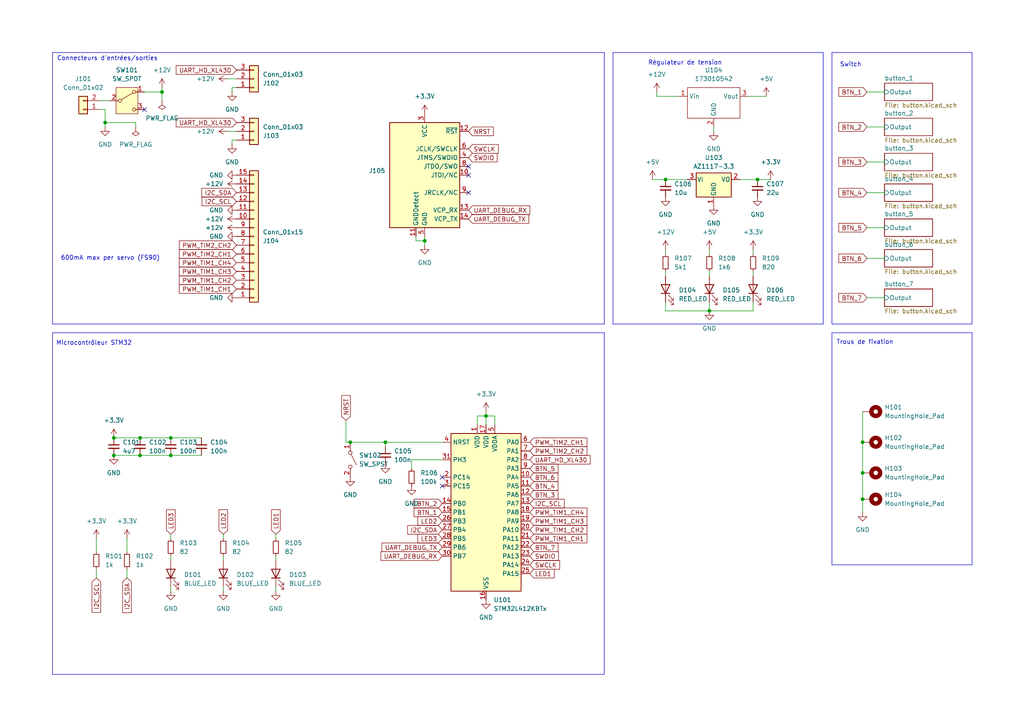
<source format=kicad_sch>
(kicad_sch (version 20231120) (generator "eeschema") (generator_version "8.0")
  (paper "A4")
  (title_block (title "Projet Corps") (date "2024-03-07") (rev "1.0") (company "ENSEA"))
  (lib_symbols
    (symbol "173010542_1"
      (property "Reference" "U" (at -5.842 5.334 0))
      (property "Value" "173010542" (at 0 0 0))
      (symbol "173010542_1_1_1"
        (rectangle (start -7.62 3.81) (end 7.62 -5.08))
        (pin power_in line (at -10.16 1.27 0) (length 2.54) (name "Vin") (number "1"))
        (pin power_in line (at 0 -7.62 90) (length 2.54) (name "GND") (number "2"))
        (pin power_out line (at 10.16 1.27 180) (length 2.54) (name "Vout") (number "3"))
      )
    )
    (symbol "Connector:Conn_ST_STDC14"
      (property "Reference" "J" (at -8.89 16.51 0))
      (property "Value" "Conn_ST_STDC14" (at 17.78 16.51 0))
      (symbol "Conn_ST_STDC14_0_1"
        (rectangle (start -10.16 15.24) (end 10.16 -15.24) (stroke (width 0.254)) (fill (type background)))
      )
      (symbol "Conn_ST_STDC14_1_1"
        (pin no_connect line (at -10.16 5.08 0) (length 2.54) hide (name "NC") (number "1"))
        (pin output line (at 12.7 0 180) (length 2.54) (name "JTDI/NC") (number "10"))
        (pin passive line (at -2.54 -17.78 90) (length 2.54) (name "GNDDetect") (number "11"))
        (pin open_collector line (at 12.7 12.7 180) (length 2.54) (name "~{RST}") (number "12"))
        (pin output line (at 12.7 -10.16 180) (length 2.54) (name "VCP_RX") (number "13"))
        (pin input line (at 12.7 -12.7 180) (length 2.54) (name "VCP_TX") (number "14"))
        (pin no_connect line (at -10.16 2.54 0) (length 2.54) hide (name "NC") (number "2"))
        (pin power_in line (at 0 17.78 270) (length 2.54) (name "VCC") (number "3"))
        (pin bidirectional line (at 12.7 5.08 180) (length 2.54) (name "JTMS/SWDIO") (number "4"))
        (pin power_in line (at 0 -17.78 90) (length 2.54) (name "GND") (number "5"))
        (pin output line (at 12.7 7.62 180) (length 2.54) (name "JCLK/SWCLK") (number "6"))
        (pin passive line (at 0 -17.78 90) (length 2.54) hide (name "GND") (number "7"))
        (pin input line (at 12.7 2.54 180) (length 2.54) (name "JTDO/SWO") (number "8"))
        (pin input line (at 12.7 -5.08 180) (length 2.54) (name "JRCLK/NC") (number "9"))
      )
    )
    (symbol "Connector_Generic:Conn_01x02" (pin_names (offset 1.016) hide)
      (property "Reference" "J" (at 0 2.54 0))
      (property "Value" "Conn_01x02" (at 0 -5.08 0))
      (symbol "Conn_01x02_1_1"
        (rectangle (start -1.27 -2.413) (end 0 -2.667) (stroke (width 0.1524)))
        (rectangle (start -1.27 0.127) (end 0 -0.127) (stroke (width 0.1524)))
        (rectangle (start -1.27 1.27) (end 1.27 -3.81) (stroke (width 0.254)) (fill (type background)))
        (pin passive line (at -5.08 0 0) (length 3.81) (name "Pin_1") (number "1"))
        (pin passive line (at -5.08 -2.54 0) (length 3.81) (name "Pin_2") (number "2"))
      )
    )
    (symbol "Connector_Generic:Conn_01x03" (pin_names (offset 1.016) hide)
      (property "Reference" "J" (at 0 5.08 0))
      (property "Value" "Conn_01x03" (at 0 -5.08 0))
      (symbol "Conn_01x03_1_1"
        (rectangle (start -1.27 -2.413) (end 0 -2.667) (stroke (width 0.1524)))
        (rectangle (start -1.27 0.127) (end 0 -0.127) (stroke (width 0.1524)))
        (rectangle (start -1.27 2.667) (end 0 2.413) (stroke (width 0.1524)))
        (rectangle (start -1.27 3.81) (end 1.27 -3.81) (stroke (width 0.254)) (fill (type background)))
        (pin passive line (at -5.08 2.54 0) (length 3.81) (name "Pin_1") (number "1"))
        (pin passive line (at -5.08 0 0) (length 3.81) (name "Pin_2") (number "2"))
        (pin passive line (at -5.08 -2.54 0) (length 3.81) (name "Pin_3") (number "3"))
      )
    )
    (symbol "Connector_Generic:Conn_01x15" (pin_names (offset 1.016) hide)
      (property "Reference" "J" (at 0 20.32 0))
      (property "Value" "Conn_01x15" (at 0 -20.32 0))
      (symbol "Conn_01x15_1_1"
        (rectangle (start -1.27 -17.653) (end 0 -17.907) (stroke (width 0.1524)))
        (rectangle (start -1.27 -15.113) (end 0 -15.367) (stroke (width 0.1524)))
        (rectangle (start -1.27 -12.573) (end 0 -12.827) (stroke (width 0.1524)))
        (rectangle (start -1.27 -10.033) (end 0 -10.287) (stroke (width 0.1524)))
        (rectangle (start -1.27 -7.493) (end 0 -7.747) (stroke (width 0.1524)))
        (rectangle (start -1.27 -4.953) (end 0 -5.207) (stroke (width 0.1524)))
        (rectangle (start -1.27 -2.413) (end 0 -2.667) (stroke (width 0.1524)))
        (rectangle (start -1.27 0.127) (end 0 -0.127) (stroke (width 0.1524)))
        (rectangle (start -1.27 2.667) (end 0 2.413) (stroke (width 0.1524)))
        (rectangle (start -1.27 5.207) (end 0 4.953) (stroke (width 0.1524)))
        (rectangle (start -1.27 7.747) (end 0 7.493) (stroke (width 0.1524)))
        (rectangle (start -1.27 10.287) (end 0 10.033) (stroke (width 0.1524)))
        (rectangle (start -1.27 12.827) (end 0 12.573) (stroke (width 0.1524)))
        (rectangle (start -1.27 15.367) (end 0 15.113) (stroke (width 0.1524)))
        (rectangle (start -1.27 17.907) (end 0 17.653) (stroke (width 0.1524)))
        (rectangle (start -1.27 19.05) (end 1.27 -19.05) (stroke (width 0.254)) (fill (type background)))
        (pin passive line (at -5.08 17.78 0) (length 3.81) (name "Pin_1") (number "1"))
        (pin passive line (at -5.08 -5.08 0) (length 3.81) (name "Pin_10") (number "10"))
        (pin passive line (at -5.08 -7.62 0) (length 3.81) (name "Pin_11") (number "11"))
        (pin passive line (at -5.08 -10.16 0) (length 3.81) (name "Pin_12") (number "12"))
        (pin passive line (at -5.08 -12.7 0) (length 3.81) (name "Pin_13") (number "13"))
        (pin passive line (at -5.08 -15.24 0) (length 3.81) (name "Pin_14") (number "14"))
        (pin passive line (at -5.08 -17.78 0) (length 3.81) (name "Pin_15") (number "15"))
        (pin passive line (at -5.08 15.24 0) (length 3.81) (name "Pin_2") (number "2"))
        (pin passive line (at -5.08 12.7 0) (length 3.81) (name "Pin_3") (number "3"))
        (pin passive line (at -5.08 10.16 0) (length 3.81) (name "Pin_4") (number "4"))
        (pin passive line (at -5.08 7.62 0) (length 3.81) (name "Pin_5") (number "5"))
        (pin passive line (at -5.08 5.08 0) (length 3.81) (name "Pin_6") (number "6"))
        (pin passive line (at -5.08 2.54 0) (length 3.81) (name "Pin_7") (number "7"))
        (pin passive line (at -5.08 0 0) (length 3.81) (name "Pin_8") (number "8"))
        (pin passive line (at -5.08 -2.54 0) (length 3.81) (name "Pin_9") (number "9"))
      )
    )
    (symbol "Device:C_Small" (pin_numbers hide) (pin_names (offset 0.254) hide)
      (property "Reference" "C" (at 0.254 1.778 0))
      (property "Value" "C_Small" (at 0.254 -2.032 0))
      (symbol "C_Small_0_1"
        (polyline (pts (xy -1.524 -0.508) (xy 1.524 -0.508)) (stroke (width 0.3302)))
        (polyline (pts (xy -1.524 0.508) (xy 1.524 0.508)) (stroke (width 0.3048)))
      )
      (symbol "C_Small_1_1"
        (pin passive line (at 0 2.54 270) (length 2.032) (name "~") (number "1"))
        (pin passive line (at 0 -2.54 90) (length 2.032) (name "~") (number "2"))
      )
    )
    (symbol "Device:LED" (pin_numbers hide) (pin_names (offset 1.016) hide)
      (property "Reference" "D" (at 0 2.54 0))
      (property "Value" "LED" (at 0 -2.54 0))
      (symbol "LED_0_1"
        (polyline (pts (xy -1.27 -1.27) (xy -1.27 1.27)) (stroke (width 0.254)))
        (polyline (pts (xy -1.27 0) (xy 1.27 0)))
        (polyline (pts (xy 1.27 -1.27) (xy 1.27 1.27) (xy -1.27 0) (xy 1.27 -1.27)) (stroke (width 0.254)))
        (polyline (pts (xy -3.048 -0.762) (xy -4.572 -2.286) (xy -3.81 -2.286) (xy -4.572 -2.286) (xy -4.572 -1.524)))
        (polyline (pts (xy -1.778 -0.762) (xy -3.302 -2.286) (xy -2.54 -2.286) (xy -3.302 -2.286) (xy -3.302 -1.524)))
      )
      (symbol "LED_1_1"
        (pin passive line (at -3.81 0 0) (length 2.54) (name "K") (number "1"))
        (pin passive line (at 3.81 0 180) (length 2.54) (name "A") (number "2"))
      )
    )
    (symbol "Device:R_Small" (pin_numbers hide) (pin_names (offset 0.254) hide)
      (property "Reference" "R" (at 0.762 0.508 0))
      (property "Value" "R_Small" (at 0.762 -1.016 0))
      (symbol "R_Small_0_1"
        (rectangle (start -0.762 1.778) (end 0.762 -1.778) (stroke (width 0.2032)))
      )
      (symbol "R_Small_1_1"
        (pin passive line (at 0 2.54 270) (length 0.762) (name "~") (number "1"))
        (pin passive line (at 0 -2.54 90) (length 0.762) (name "~") (number "2"))
      )
    )
    (symbol "GND_1" (power) (pin_numbers hide) (pin_names (offset 0) hide)
      (property "Value" "GND" (at 0 -3.81 0))
      (symbol "GND_1_0_1"
        (polyline (pts (xy 0 0) (xy 0 -1.27) (xy 1.27 -1.27) (xy 0 -2.54) (xy -1.27 -1.27) (xy 0 -1.27)))
      )
      (symbol "GND_1_1_1"
        (pin power_in line (at 0 0 270) (length 0) (name "~") (number "1"))
      )
    )
    (symbol "Mechanical:MountingHole_Pad" (pin_numbers hide) (pin_names (offset 1.016) hide)
      (property "Reference" "H" (at 0 6.35 0))
      (property "Value" "MountingHole_Pad" (at 0 4.445 0))
      (symbol "MountingHole_Pad_0_1"
        (circle (center 0 1.27) (radius 1.27) (stroke (width 1.27)))
      )
      (symbol "MountingHole_Pad_1_1"
        (pin input line (at 0 -2.54 90) (length 2.54) (name "1") (number "1"))
      )
    )
    (symbol "Regulator_Linear:AZ1117-3.3" (pin_names (offset 0.254))
      (property "Reference" "U" (at -3.81 3.175 0))
      (property "Value" "AZ1117-3.3" (at 0 3.175 0))
      (symbol "AZ1117-3.3_0_1"
        (rectangle (start -5.08 1.905) (end 5.08 -5.08) (stroke (width 0.254)) (fill (type background)))
      )
      (symbol "AZ1117-3.3_1_1"
        (pin power_in line (at 0 -7.62 90) (length 2.54) (name "GND") (number "1"))
        (pin power_out line (at 7.62 0 180) (length 2.54) (name "VO") (number "2"))
        (pin power_in line (at -7.62 0 0) (length 2.54) (name "VI") (number "3"))
      )
    )
    (symbol "STM32L412KBTx_1"
      (property "Reference" "U" (at -10.16 24.13 0))
      (property "Value" "STM32L412KBTx" (at 5.08 24.13 0))
      (symbol "STM32L412KBTx_1_0_1"
        (rectangle (start -10.16 -22.86) (end 10.16 22.86) (stroke (width 0.254)) (fill (type background)))
      )
      (symbol "STM32L412KBTx_1_1_1"
        (pin power_in line (at -2.54 25.4 270) (length 2.54) (name "VDD") (number "1"))
        (pin bidirectional line (at 12.7 10.16 180) (length 2.54) (name "PA4") (number "10"))
        (pin bidirectional line (at 12.7 7.62 180) (length 2.54) (name "PA5") (number "11"))
        (pin bidirectional line (at 12.7 5.08 180) (length 2.54) (name "PA6") (number "12"))
        (pin bidirectional line (at 12.7 2.54 180) (length 2.54) (name "PA7") (number "13"))
        (pin bidirectional line (at -12.7 2.54 0) (length 2.54) (name "PB0") (number "14"))
        (pin bidirectional line (at -12.7 0 0) (length 2.54) (name "PB1") (number "15"))
        (pin power_in line (at 0 -25.4 90) (length 2.54) (name "VSS") (number "16"))
        (pin power_in line (at 0 25.4 270) (length 2.54) (name "VDD") (number "17"))
        (pin bidirectional line (at 12.7 0 180) (length 2.54) (name "PA8") (number "18"))
        (pin bidirectional line (at 12.7 -2.54 180) (length 2.54) (name "PA9") (number "19"))
        (pin bidirectional line (at -12.7 10.16 0) (length 2.54) (name "PC14") (number "2"))
        (pin bidirectional line (at 12.7 -5.08 180) (length 2.54) (name "PA10") (number "20"))
        (pin bidirectional line (at 12.7 -7.62 180) (length 2.54) (name "PA11") (number "21"))
        (pin bidirectional line (at 12.7 -10.16 180) (length 2.54) (name "PA12") (number "22"))
        (pin bidirectional line (at 12.7 -12.7 180) (length 2.54) (name "PA13") (number "23"))
        (pin bidirectional line (at 12.7 -15.24 180) (length 2.54) (name "PA14") (number "24"))
        (pin bidirectional line (at 12.7 -17.78 180) (length 2.54) (name "PA15") (number "25"))
        (pin bidirectional line (at -12.7 -2.54 0) (length 2.54) (name "PB3") (number "26"))
        (pin bidirectional line (at -12.7 -5.08 0) (length 2.54) (name "PB4") (number "27"))
        (pin bidirectional line (at -12.7 -7.62 0) (length 2.54) (name "PB5") (number "28"))
        (pin bidirectional line (at -12.7 -10.16 0) (length 2.54) (name "PB6") (number "29"))
        (pin bidirectional line (at -12.7 7.62 0) (length 2.54) (name "PC15") (number "3"))
        (pin bidirectional line (at -12.7 -12.7 0) (length 2.54) (name "PB7") (number "30"))
        (pin bidirectional line (at -12.7 15.24 0) (length 2.54) (name "PH3") (number "31"))
        (pin passive line (at 0 -25.4 90) (length 2.54) hide (name "VSS") (number "32"))
        (pin input line (at -12.7 20.32 0) (length 2.54) (name "NRST") (number "4"))
        (pin power_in line (at 2.54 25.4 270) (length 2.54) (name "VDDA") (number "5"))
        (pin bidirectional line (at 12.7 20.32 180) (length 2.54) (name "PA0") (number "6"))
        (pin bidirectional line (at 12.7 17.78 180) (length 2.54) (name "PA1") (number "7"))
        (pin bidirectional line (at 12.7 15.24 180) (length 2.54) (name "PA2") (number "8"))
        (pin bidirectional line (at 12.7 12.7 180) (length 2.54) (name "PA3") (number "9"))
      )
    )
    (symbol "Switch:SW_SPDT" (pin_names (offset 0) hide)
      (property "Reference" "SW" (at 0 5.08 0))
      (property "Value" "SW_SPDT" (at 0 -5.08 0))
      (symbol "SW_SPDT_0_1"
        (circle (center -2.032 0) (radius 0.4572))
        (polyline (pts (xy -1.651 0.254) (xy 1.651 2.286)))
        (circle (center 2.032 -2.54) (radius 0.4572))
        (circle (center 2.032 2.54) (radius 0.4572))
      )
      (symbol "SW_SPDT_1_1"
        (rectangle (start -3.175 3.81) (end 3.175 -3.81) (fill (type background)))
        (pin passive line (at 5.08 2.54 180) (length 2.54) (name "A") (number "1"))
        (pin passive line (at -5.08 0 0) (length 2.54) (name "B") (number "2"))
        (pin passive line (at 5.08 -2.54 180) (length 2.54) (name "C") (number "3"))
      )
    )
    (symbol "Switch:SW_SPST" (pin_names (offset 0) hide)
      (property "Reference" "SW" (at 0 3.175 0))
      (property "Value" "SW_SPST" (at 0 -2.54 0))
      (symbol "SW_SPST_0_0"
        (circle (center -2.032 0) (radius 0.508))
        (polyline (pts (xy -1.524 0.254) (xy 1.524 1.778)))
        (circle (center 2.032 0) (radius 0.508))
      )
      (symbol "SW_SPST_1_1"
        (pin passive line (at -5.08 0 0) (length 2.54) (name "A") (number "1"))
        (pin passive line (at 5.08 0 180) (length 2.54) (name "B") (number "2"))
      )
    )
    (symbol "power:+12V" (power) (pin_numbers hide) (pin_names (offset 0) hide)
      (property "Value" "+12V" (at 0 3.556 0))
      (symbol "+12V_0_1"
        (polyline (pts (xy -0.762 1.27) (xy 0 2.54)))
        (polyline (pts (xy 0 0) (xy 0 2.54)))
        (polyline (pts (xy 0 2.54) (xy 0.762 1.27)))
      )
      (symbol "+12V_1_1"
        (pin power_in line (at 0 0 90) (length 0) (name "~") (number "1"))
      )
    )
    (symbol "power:+3.3V" (power) (pin_names (offset 0))
      (property "Value" "+3.3V" (at 0 3.556 0))
      (symbol "+3.3V_0_1"
        (polyline (pts (xy -0.762 1.27) (xy 0 2.54)))
        (polyline (pts (xy 0 0) (xy 0 2.54)))
        (polyline (pts (xy 0 2.54) (xy 0.762 1.27)))
      )
      (symbol "+3.3V_1_1"
        (pin power_in line (at 0 0 90) (length 0) hide (name "+3.3V") (number "1"))
      )
    )
    (symbol "power:+5V" (power) (pin_names (offset 0))
      (property "Value" "+5V" (at 0 3.556 0))
      (symbol "+5V_0_1"
        (polyline (pts (xy -0.762 1.27) (xy 0 2.54)))
        (polyline (pts (xy 0 0) (xy 0 2.54)))
        (polyline (pts (xy 0 2.54) (xy 0.762 1.27)))
      )
      (symbol "+5V_1_1"
        (pin power_in line (at 0 0 90) (length 0) hide (name "+5V") (number "1"))
      )
    )
    (symbol "power:GND" (power) (pin_names (offset 0))
      (property "Value" "GND" (at 0 -3.81 0))
      (symbol "GND_0_1"
        (polyline (pts (xy 0 0) (xy 0 -1.27) (xy 1.27 -1.27) (xy 0 -2.54) (xy -1.27 -1.27) (xy 0 -1.27)))
      )
      (symbol "GND_1_1"
        (pin power_in line (at 0 0 270) (length 0) hide (name "GND") (number "1"))
      )
    )
    (symbol "power:PWR_FLAG" (power) (pin_numbers hide) (pin_names (offset 0) hide)
      (property "Value" "PWR_FLAG" (at 0 3.81 0))
      (symbol "PWR_FLAG_0_0"
        (pin power_out line (at 0 0 90) (length 0) (name "~") (number "1"))
      )
      (symbol "PWR_FLAG_0_1"
        (polyline (pts (xy 0 0) (xy 0 1.27) (xy -1.016 1.905) (xy 0 2.54) (xy 1.016 1.905) (xy 0 1.27)))
      )
    )
  )
  (junction (at 193.04 52.07))
  (junction (at 111.76 128.27))
  (junction (at 140.97 120.65))
  (junction (at 250.19 137.16))
  (junction (at 123.19 69.85))
  (junction (at 33.02 127))
  (junction (at 49.53 127))
  (junction (at 219.71 52.07))
  (junction (at 101.6 128.27))
  (junction (at 40.64 127))
  (junction (at 205.74 90.17))
  (junction (at 250.19 128.27))
  (junction (at 49.53 132.08))
  (junction (at 33.02 132.08))
  (junction (at 46.99 26.67))
  (junction (at 40.64 132.08))
  (junction (at 30.48 35.56))
  (junction (at 250.19 144.78))
  (no_connect (at 128.27 140.97))
  (no_connect (at 135.89 55.88))
  (no_connect (at 128.27 138.43))
  (no_connect (at 41.91 31.75))
  (no_connect (at 135.89 48.26))
  (no_connect (at 135.89 50.8))
  (wire (pts (xy 205.74 90.17) (xy 218.44 90.17)))
  (wire (pts (xy 80.01 170.18) (xy 80.01 171.45)))
  (wire (pts (xy 66.04 22.86) (xy 68.58 22.86)))
  (wire (pts (xy 219.71 52.07) (xy 223.52 52.07)))
  (wire (pts (xy 205.74 87.63) (xy 205.74 90.17)))
  (wire (pts (xy 66.04 38.1) (xy 68.58 38.1)))
  (wire (pts (xy 205.74 78.74) (xy 205.74 80.01)))
  (polyline (pts (xy 15.24 93.98) (xy 175.26 93.98)))
  (wire (pts (xy 140.97 120.65) (xy 143.51 120.65)))
  (wire (pts (xy 140.97 120.65) (xy 140.97 123.19)))
  (wire (pts (xy 250.19 144.78) (xy 250.19 148.59)))
  (wire (pts (xy 251.46 46.99) (xy 256.54 46.99)))
  (wire (pts (xy 80.01 154.94) (xy 80.01 156.21)))
  (polyline (pts (xy 175.26 15.24) (xy 15.24 15.24)))
  (polyline (pts (xy 175.26 93.98) (xy 175.26 15.24)))
  (wire (pts (xy 40.64 132.08) (xy 49.53 132.08)))
  (polyline (pts (xy 238.76 93.98) (xy 238.76 15.24)))
  (wire (pts (xy 29.21 31.75) (xy 30.48 31.75)))
  (wire (pts (xy 49.53 161.29) (xy 49.53 162.56)))
  (wire (pts (xy 251.46 66.04) (xy 256.54 66.04)))
  (polyline (pts (xy 177.8 93.98) (xy 238.76 93.98)))
  (wire (pts (xy 33.02 132.08) (xy 40.64 132.08)))
  (wire (pts (xy 128.27 133.35) (xy 119.38 133.35)))
  (wire (pts (xy 251.46 86.36) (xy 256.54 86.36)))
  (wire (pts (xy 120.65 69.85) (xy 123.19 69.85)))
  (wire (pts (xy 250.19 119.38) (xy 250.19 128.27)))
  (wire (pts (xy 190.5 27.94) (xy 196.85 27.94)))
  (wire (pts (xy 111.76 128.27) (xy 111.76 129.54)))
  (wire (pts (xy 218.44 87.63) (xy 218.44 90.17)))
  (polyline (pts (xy 238.76 15.24) (xy 177.8 15.24)))
  (wire (pts (xy 251.46 55.88) (xy 256.54 55.88)))
  (wire (pts (xy 49.53 132.08) (xy 58.42 132.08)))
  (wire (pts (xy 29.21 29.21) (xy 31.75 29.21)))
  (polyline (pts (xy 15.24 96.52) (xy 15.24 195.58)))
  (wire (pts (xy 140.97 120.65) (xy 138.43 120.65)))
  (wire (pts (xy 123.19 68.58) (xy 123.19 69.85)))
  (wire (pts (xy 41.91 26.67) (xy 46.99 26.67)))
  (wire (pts (xy 193.04 78.74) (xy 193.04 80.01)))
  (wire (pts (xy 193.04 90.17) (xy 193.04 87.63)))
  (wire (pts (xy 101.6 128.27) (xy 111.76 128.27)))
  (wire (pts (xy 205.74 72.39) (xy 205.74 73.66)))
  (wire (pts (xy 189.23 52.07) (xy 193.04 52.07)))
  (wire (pts (xy 36.83 156.21) (xy 36.83 160.02)))
  (wire (pts (xy 67.31 40.64) (xy 67.31 41.91)))
  (polyline (pts (xy 15.24 195.58) (xy 175.26 195.58)))
  (wire (pts (xy 218.44 72.39) (xy 218.44 73.66)))
  (wire (pts (xy 68.58 25.4) (xy 67.31 25.4)))
  (wire (pts (xy 33.02 127) (xy 40.64 127)))
  (polyline (pts (xy 175.26 195.58) (xy 175.26 96.52)))
  (wire (pts (xy 49.53 154.94) (xy 49.53 156.21)))
  (wire (pts (xy 190.5 26.67) (xy 190.5 27.94)))
  (polyline (pts (xy 241.3 96.52) (xy 281.94 96.52)))
  (wire (pts (xy 218.44 78.74) (xy 218.44 80.01)))
  (wire (pts (xy 143.51 123.19) (xy 143.51 120.65)))
  (wire (pts (xy 251.46 74.93) (xy 256.54 74.93)))
  (wire (pts (xy 140.97 119.38) (xy 140.97 120.65)))
  (polyline (pts (xy 241.3 96.52) (xy 241.3 163.83)))
  (wire (pts (xy 250.19 137.16) (xy 250.19 144.78)))
  (wire (pts (xy 205.74 90.17) (xy 193.04 90.17)))
  (wire (pts (xy 64.77 161.29) (xy 64.77 162.56)))
  (wire (pts (xy 217.17 27.94) (xy 222.25 27.94)))
  (wire (pts (xy 67.31 25.4) (xy 67.31 26.67)))
  (wire (pts (xy 39.37 36.83) (xy 39.37 35.56)))
  (wire (pts (xy 251.46 36.83) (xy 256.54 36.83)))
  (wire (pts (xy 30.48 35.56) (xy 39.37 35.56)))
  (wire (pts (xy 120.65 68.58) (xy 120.65 69.85)))
  (wire (pts (xy 49.53 127) (xy 58.42 127)))
  (wire (pts (xy 68.58 40.64) (xy 67.31 40.64)))
  (wire (pts (xy 250.19 128.27) (xy 250.19 137.16)))
  (wire (pts (xy 27.94 156.21) (xy 27.94 160.02)))
  (polyline (pts (xy 281.94 163.83) (xy 281.94 96.52)))
  (wire (pts (xy 46.99 25.4) (xy 46.99 26.67)))
  (wire (pts (xy 46.99 26.67) (xy 46.99 29.21)))
  (wire (pts (xy 27.94 165.1) (xy 27.94 167.64)))
  (wire (pts (xy 100.33 128.27) (xy 101.6 128.27)))
  (polyline (pts (xy 177.8 15.24) (xy 177.8 93.98)))
  (wire (pts (xy 193.04 52.07) (xy 199.39 52.07)))
  (polyline (pts (xy 241.3 163.83) (xy 281.94 163.83)))
  (wire (pts (xy 119.38 133.35) (xy 119.38 135.89)))
  (wire (pts (xy 80.01 161.29) (xy 80.01 162.56)))
  (wire (pts (xy 64.77 170.18) (xy 64.77 171.45)))
  (polyline (pts (xy 15.24 15.24) (xy 15.24 93.98)))
  (wire (pts (xy 100.33 121.92) (xy 100.33 128.27)))
  (wire (pts (xy 207.01 36.83) (xy 207.01 38.1)))
  (wire (pts (xy 30.48 35.56) (xy 30.48 36.83)))
  (wire (pts (xy 111.76 128.27) (xy 128.27 128.27)))
  (wire (pts (xy 40.64 127) (xy 49.53 127)))
  (wire (pts (xy 193.04 72.39) (xy 193.04 73.66)))
  (wire (pts (xy 214.63 52.07) (xy 219.71 52.07)))
  (wire (pts (xy 64.77 154.94) (xy 64.77 156.21)))
  (wire (pts (xy 251.46 26.67) (xy 256.54 26.67)))
  (wire (pts (xy 36.83 165.1) (xy 36.83 167.64)))
  (polyline (pts (xy 15.24 96.52) (xy 175.26 96.52)))
  (wire (pts (xy 138.43 120.65) (xy 138.43 123.19)))
  (wire (pts (xy 30.48 31.75) (xy 30.48 35.56)))
  (wire (pts (xy 123.19 69.85) (xy 123.19 71.12)))
  (wire (pts (xy 49.53 170.18) (xy 49.53 171.45)))
  (rectangle (start 241.3 15.24) (end 281.94 93.98))
  (text "600mA max per servo (FS90)" (at 32.004 74.93 0) (effects (font (size 1.27 1.27))))
  (text "Microcontrôleur STM32" (at 16.256 100.33 0) (effects (font (size 1.27 1.27)) (justify left bottom)))
  (text "Switch\n" (at 243.586 19.558 0) (effects (font (size 1.27 1.27)) (justify left bottom)))
  (text "Connecteurs d'entrées/sorties" (at 16.51 17.78 0) (effects (font (size 1.27 1.27)) (justify left bottom)))
  (text "Trous de fixation" (at 242.57 100.076 0) (effects (font (size 1.27 1.27)) (justify left bottom)))
  (text "Régulateur de tension\n" (at 187.96 19.05 0) (effects (font (size 1.27 1.27)) (justify left bottom)))
  (global_label "UART_HD_XL430" (shape input) (at 68.58 35.56 180) (property "Intersheetrefs" "${INTERSHEET_REFS}" (effects (hide yes))))
  (global_label "BTN_5" (shape input) (at 251.46 66.04 180) (property "Intersheetrefs" "${INTERSHEET_REFS}" (effects (hide yes))))
  (global_label "PWM_TIM2_CH2" (shape input) (at 153.67 130.81 0) (property "Intersheetrefs" "${INTERSHEET_REFS}" (effects (hide yes))))
  (global_label "BTN_5" (shape input) (at 153.67 135.89 0) (property "Intersheetrefs" "${INTERSHEET_REFS}" (effects (hide yes))))
  (global_label "BTN_2" (shape input) (at 128.27 146.05 180) (property "Intersheetrefs" "${INTERSHEET_REFS}" (effects (hide yes))))
  (global_label "PWM_TIM1_CH2" (shape input) (at 68.58 81.28 180) (property "Intersheetrefs" "${INTERSHEET_REFS}" (effects (hide yes))))
  (global_label "BTN_4" (shape input) (at 251.46 55.88 180) (property "Intersheetrefs" "${INTERSHEET_REFS}" (effects (hide yes))))
  (global_label "UART_HD_XL430" (shape input) (at 153.67 133.35 0) (property "Intersheetrefs" "${INTERSHEET_REFS}" (effects (hide yes))))
  (global_label "NRST" (shape input) (at 135.89 38.1 0) (property "Intersheetrefs" "${INTERSHEET_REFS}" (effects (hide yes))))
  (global_label "BTN_1" (shape input) (at 251.46 26.67 180) (property "Intersheetrefs" "${INTERSHEET_REFS}" (effects (hide yes))))
  (global_label "LED1" (shape input) (at 80.01 154.94 90) (property "Intersheetrefs" "${INTERSHEET_REFS}" (effects (hide yes))))
  (global_label "I2C_SCL" (shape input) (at 153.67 146.05 0) (property "Intersheetrefs" "${INTERSHEET_REFS}" (effects (hide yes))))
  (global_label "BTN_6" (shape input) (at 153.67 138.43 0) (property "Intersheetrefs" "${INTERSHEET_REFS}" (effects (hide yes))))
  (global_label "LED2" (shape input) (at 128.27 151.13 180) (property "Intersheetrefs" "${INTERSHEET_REFS}" (effects (hide yes))))
  (global_label "UART_DEBUG_TX" (shape input) (at 128.27 158.75 180) (property "Intersheetrefs" "${INTERSHEET_REFS}" (effects (hide yes))))
  (global_label "BTN_3" (shape input) (at 153.67 143.51 0) (property "Intersheetrefs" "${INTERSHEET_REFS}" (effects (hide yes))))
  (global_label "BTN_3" (shape input) (at 251.46 46.99 180) (property "Intersheetrefs" "${INTERSHEET_REFS}" (effects (hide yes))))
  (global_label "LED3" (shape input) (at 128.27 156.21 180) (property "Intersheetrefs" "${INTERSHEET_REFS}" (effects (hide yes))))
  (global_label "BTN_4" (shape input) (at 153.67 140.97 0) (property "Intersheetrefs" "${INTERSHEET_REFS}" (effects (hide yes))))
  (global_label "BTN_2" (shape input) (at 251.46 36.83 180) (property "Intersheetrefs" "${INTERSHEET_REFS}" (effects (hide yes))))
  (global_label "BTN_6" (shape input) (at 251.46 74.93 180) (property "Intersheetrefs" "${INTERSHEET_REFS}" (effects (hide yes))))
  (global_label "PWM_TIM1_CH1" (shape input) (at 153.67 156.21 0) (property "Intersheetrefs" "${INTERSHEET_REFS}" (effects (hide yes))))
  (global_label "PWM_TIM1_CH3" (shape input) (at 153.67 151.13 0) (property "Intersheetrefs" "${INTERSHEET_REFS}" (effects (hide yes))))
  (global_label "LED1" (shape input) (at 153.67 166.37 0) (property "Intersheetrefs" "${INTERSHEET_REFS}" (effects (hide yes))))
  (global_label "SWCLK" (shape input) (at 135.89 43.18 0) (property "Intersheetrefs" "${INTERSHEET_REFS}" (effects (hide yes))))
  (global_label "PWM_TIM1_CH2" (shape input) (at 153.67 153.67 0) (property "Intersheetrefs" "${INTERSHEET_REFS}" (effects (hide yes))))
  (global_label "PWM_TIM2_CH1" (shape input) (at 153.67 128.27 0) (property "Intersheetrefs" "${INTERSHEET_REFS}" (effects (hide yes))))
  (global_label "BTN_7" (shape input) (at 251.46 86.36 180) (property "Intersheetrefs" "${INTERSHEET_REFS}" (effects (hide yes))))
  (global_label "LED3" (shape input) (at 49.53 154.94 90) (property "Intersheetrefs" "${INTERSHEET_REFS}" (effects (hide yes))))
  (global_label "I2C_SDA" (shape input) (at 128.27 153.67 180) (property "Intersheetrefs" "${INTERSHEET_REFS}" (effects (hide yes))))
  (global_label "PWM_TIM1_CH4" (shape input) (at 153.67 148.59 0) (property "Intersheetrefs" "${INTERSHEET_REFS}" (effects (hide yes))))
  (global_label "PWM_TIM1_CH1" (shape input) (at 68.58 83.82 180) (property "Intersheetrefs" "${INTERSHEET_REFS}" (effects (hide yes))))
  (global_label "SWDIO" (shape input) (at 135.89 45.72 0) (property "Intersheetrefs" "${INTERSHEET_REFS}" (effects (hide yes))))
  (global_label "I2C_SDA" (shape input) (at 36.83 167.64 270) (property "Intersheetrefs" "${INTERSHEET_REFS}" (effects (hide yes))))
  (global_label "I2C_SDA" (shape input) (at 68.58 55.88 180) (property "Intersheetrefs" "${INTERSHEET_REFS}" (effects (hide yes))))
  (global_label "UART_DEBUG_RX" (shape input) (at 135.89 60.96 0) (property "Intersheetrefs" "${INTERSHEET_REFS}" (effects (hide yes))))
  (global_label "LED2" (shape input) (at 64.77 154.94 90) (property "Intersheetrefs" "${INTERSHEET_REFS}" (effects (hide yes))))
  (global_label "UART_HD_XL430" (shape input) (at 68.58 20.32 180) (property "Intersheetrefs" "${INTERSHEET_REFS}" (effects (hide yes))))
  (global_label "I2C_SCL" (shape input) (at 68.58 58.42 180) (property "Intersheetrefs" "${INTERSHEET_REFS}" (effects (hide yes))))
  (global_label "PWM_TIM1_CH3" (shape input) (at 68.58 78.74 180) (property "Intersheetrefs" "${INTERSHEET_REFS}" (effects (hide yes))))
  (global_label "UART_DEBUG_RX" (shape input) (at 128.27 161.29 180) (property "Intersheetrefs" "${INTERSHEET_REFS}" (effects (hide yes))))
  (global_label "PWM_TIM2_CH1" (shape input) (at 68.58 73.66 180) (property "Intersheetrefs" "${INTERSHEET_REFS}" (effects (hide yes))))
  (global_label "UART_DEBUG_TX" (shape input) (at 135.89 63.5 0) (property "Intersheetrefs" "${INTERSHEET_REFS}" (effects (hide yes))))
  (global_label "BTN_7" (shape input) (at 153.67 158.75 0) (property "Intersheetrefs" "${INTERSHEET_REFS}" (effects (hide yes))))
  (global_label "BTN_1" (shape input) (at 128.27 148.59 180) (property "Intersheetrefs" "${INTERSHEET_REFS}" (effects (hide yes))))
  (global_label "NRST" (shape input) (at 100.33 121.92 90) (property "Intersheetrefs" "${INTERSHEET_REFS}" (effects (hide yes))))
  (global_label "PWM_TIM1_CH4" (shape input) (at 68.58 76.2 180) (property "Intersheetrefs" "${INTERSHEET_REFS}" (effects (hide yes))))
  (global_label "SWCLK" (shape input) (at 153.67 163.83 0) (property "Intersheetrefs" "${INTERSHEET_REFS}" (effects (hide yes))))
  (global_label "SWDIO" (shape input) (at 153.67 161.29 0) (property "Intersheetrefs" "${INTERSHEET_REFS}" (effects (hide yes))))
  (global_label "I2C_SCL" (shape input) (at 27.94 167.64 270) (property "Intersheetrefs" "${INTERSHEET_REFS}" (effects (hide yes))))
  (global_label "PWM_TIM2_CH2" (shape input) (at 68.58 71.12 180) (property "Intersheetrefs" "${INTERSHEET_REFS}" (effects (hide yes))))
  (symbol (lib_id "Device:C_Small") (at 219.71 54.61 0) (unit 1)
    (property "Reference" "C107" (at 222.25 53.3463 0) (effects (justify left)))
    (property "Value" "22u" (at 222.25 55.8863 0) (effects (justify left)))
    (property "Footprint" "Capacitor_SMD:C_Elec_5x5.4" (effects (hide yes)))
  )
  (symbol (lib_id "power:+3.3V") (at 36.83 156.21 0) (unit 1)
    (property "Reference" "#PWR0105" (effects (hide yes)))
    (property "Value" "+3.3V" (at 36.83 151.13 0))
  )
  (symbol (lib_name "GND_1") (lib_id "power:GND") (at 68.58 60.96 270) (unit 1)
    (property "Reference" "#PWR0115" (effects (hide yes)))
    (property "Value" "GND" (at 64.77 60.9599 90) (effects (justify right)))
    (property "Description" "Power symbol creates a global label with name \"GND\" , ground" (effects (hide yes)))
  )
  (symbol (lib_id "Connector_Generic:Conn_01x15") (at 73.66 68.58 0) (mirror x) (unit 1)
    (property "Reference" "J104" (at 76.2 69.8501 0) (effects (justify left)))
    (property "Value" "Conn_01x15" (at 76.2 67.3101 0) (effects (justify left)))
    (property "Footprint" "libs:CONN15_31321_WRE" (effects (hide yes)))
    (property "Datasheet" "https://www.we-online.com/components/products/datasheet/618015231421.pdf" (effects (hide yes)))
    (property "Description" "Generic connector, single row, 01x15, script generated (kicad-library-utils/schlib/autogen/connector/)" (effects (hide yes)))
    (property "MPN" "618015231421" (effects (hide yes)))
  )
  (symbol (lib_id "Device:R_Small") (at 80.01 158.75 0) (unit 1)
    (property "Reference" "R105" (at 82.55 157.4799 0) (effects (justify left)))
    (property "Value" "82" (at 82.55 160.0199 0) (effects (justify left)))
    (property "Footprint" "Resistor_SMD:R_0402_1005Metric" (effects (hide yes)))
    (property "Description" "Resistor, small symbol" (effects (hide yes)))
  )
  (symbol (lib_id "Device:R_Small") (at 193.04 76.2 0) (unit 1)
    (property "Reference" "R107" (at 195.58 74.9299 0) (effects (justify left)))
    (property "Value" "5k1" (at 195.58 77.4699 0) (effects (justify left)))
    (property "Footprint" "Resistor_SMD:R_0402_1005Metric" (effects (hide yes)))
    (property "Description" "Resistor, small symbol" (effects (hide yes)))
  )
  (symbol (lib_id "Device:R_Small") (at 218.44 76.2 0) (unit 1)
    (property "Reference" "R109" (at 220.98 74.9299 0) (effects (justify left)))
    (property "Value" "820" (at 220.98 77.4699 0) (effects (justify left)))
    (property "Footprint" "Resistor_SMD:R_0402_1005Metric" (effects (hide yes)))
    (property "Description" "Resistor, small symbol" (effects (hide yes)))
  )
  (symbol (lib_id "Connector_Generic:Conn_01x03") (at 73.66 38.1 0) (mirror x) (unit 1)
    (property "Reference" "J103" (at 76.2 39.3701 0) (effects (justify left)))
    (property "Value" "Conn_01x03" (at 76.2 36.8301 0) (effects (justify left)))
    (property "Footprint" "Connector_JST:JST_EH_B3B-EH-A_1x03_P2.50mm_Vertical" (effects (hide yes)))
    (property "Description" "Generic connector, single row, 01x03, script generated (kicad-library-utils/schlib/autogen/connector/)" (effects (hide yes)))
  )
  (symbol (lib_id "power:+12V") (at 68.58 63.5 90) (unit 1)
    (property "Reference" "#PWR0116" (effects (hide yes)))
    (property "Value" "+12V" (at 64.77 63.4999 90) (effects (justify left)))
    (property "Description" "Power symbol creates a global label with name \"+12V\"" (effects (hide yes)))
  )
  (symbol (lib_id "power:GND") (at 123.19 71.12 0) (unit 1)
    (property "Reference" "#PWR0125" (effects (hide yes)))
    (property "Value" "GND" (at 123.19 76.2 0))
  )
  (symbol (lib_id "Mechanical:MountingHole_Pad") (at 252.73 119.38 270) (unit 1)
    (property "Reference" "H101" (at 256.54 118.11 90) (effects (justify left)))
    (property "Value" "MountingHole_Pad" (at 256.54 120.65 90) (effects (justify left)))
    (property "Footprint" "MountingHole:MountingHole_3.2mm_M3_Pad_Via" (effects (hide yes)))
  )
  (symbol (lib_id "power:GND") (at 205.74 90.17 0) (unit 1)
    (property "Reference" "#PWR0133" (effects (hide yes)))
    (property "Value" "GND" (at 205.74 95.25 0))
  )
  (symbol (lib_id "power:+12V") (at 68.58 66.04 90) (unit 1)
    (property "Reference" "#PWR0117" (effects (hide yes)))
    (property "Value" "+12V" (at 64.77 66.0399 90) (effects (justify left)))
    (property "Description" "Power symbol creates a global label with name \"+12V\"" (effects (hide yes)))
  )
  (symbol (lib_id "Connector_Generic:Conn_01x03") (at 73.66 22.86 0) (mirror x) (unit 1)
    (property "Reference" "J102" (at 76.2 24.1301 0) (effects (justify left)))
    (property "Value" "Conn_01x03" (at 76.2 21.5901 0) (effects (justify left)))
    (property "Footprint" "Connector_JST:JST_EH_B3B-EH-A_1x03_P2.50mm_Vertical" (effects (hide yes)))
    (property "Description" "Generic connector, single row, 01x03, script generated (kicad-library-utils/schlib/autogen/connector/)" (effects (hide yes)))
  )
  (symbol (lib_id "Switch:SW_SPDT") (at 36.83 29.21 0) (unit 1)
    (property "Reference" "SW101" (at 36.83 20.32 0))
    (property "Value" "SW_SPDT" (at 36.83 22.86 0))
    (property "Footprint" "mylib:472123010111" (effects (hide yes)))
    (property "Datasheet" "https://www.we-online.com/components/products/datasheet/472123010111.pdf" (effects (hide yes)))
    (property "Description" "Switch, single pole double throw" (effects (hide yes)))
    (property "MPN" "472123010111" (effects (hide yes)))
  )
  (symbol (lib_name "STM32L412KBTx_1") (lib_id "MCU_ST_STM32L4:STM32L412KBTx") (at 140.97 148.59 0) (unit 1)
    (property "Reference" "U101" (at 143.1641 173.99 0) (effects (justify left)))
    (property "Value" "STM32L412KBTx" (at 143.1641 176.53 0) (effects (justify left)))
    (property "Footprint" "Package_QFP:LQFP-32_7x7mm_P0.8mm" (effects (hide yes)))
    (property "Datasheet" "https://www.st.com/resource/en/datasheet/stm32l412kb.pdf" (effects (hide yes)))
    (property "Description" "STMicroelectronics Arm Cortex-M4 MCU, 128KB flash, 40KB RAM, 80 MHz, 1.71-3.6V, 26 GPIO, LQFP32" (effects (hide yes)))
  )
  (symbol (lib_name "GND_1") (lib_id "power:GND") (at 67.31 26.67 0) (unit 1)
    (property "Reference" "#PWR0111" (effects (hide yes)))
    (property "Value" "GND" (at 67.31 31.75 0))
    (property "Description" "Power symbol creates a global label with name \"GND\" , ground" (effects (hide yes)))
  )
  (symbol (lib_id "Device:R_Small") (at 36.83 162.56 0) (unit 1)
    (property "Reference" "R102" (at 39.37 161.2899 0) (effects (justify left)))
    (property "Value" "1k" (at 39.37 163.8299 0) (effects (justify left)))
    (property "Footprint" "Resistor_SMD:R_0402_1005Metric" (effects (hide yes)))
    (property "Description" "Resistor, small symbol" (effects (hide yes)))
  )
  (symbol (lib_id "power:+3.3V") (at 123.19 33.02 0) (unit 1)
    (property "Reference" "#PWR0124" (effects (hide yes)))
    (property "Value" "+3.3V" (at 123.19 27.94 0))
  )
  (symbol (lib_id "Device:R_Small") (at 64.77 158.75 0) (unit 1)
    (property "Reference" "R104" (at 67.31 157.4799 0) (effects (justify left)))
    (property "Value" "82" (at 67.31 160.0199 0) (effects (justify left)))
    (property "Footprint" "Resistor_SMD:R_0402_1005Metric" (effects (hide yes)))
    (property "Description" "Resistor, small symbol" (effects (hide yes)))
  )
  (symbol (lib_id "power:+5V") (at 189.23 52.07 0) (unit 1)
    (property "Reference" "#PWR0128" (effects (hide yes)))
    (property "Value" "+5V" (at 189.23 46.99 0))
  )
  (symbol (lib_id "Device:R_Small") (at 49.53 158.75 0) (unit 1)
    (property "Reference" "R103" (at 52.07 157.4799 0) (effects (justify left)))
    (property "Value" "82" (at 52.07 160.0199 0) (effects (justify left)))
    (property "Footprint" "Resistor_SMD:R_0402_1005Metric" (effects (hide yes)))
    (property "Description" "Resistor, small symbol" (effects (hide yes)))
  )
  (symbol (lib_id "power:GND") (at 193.04 57.15 0) (unit 1)
    (property "Reference" "#PWR0130" (effects (hide yes)))
    (property "Value" "GND" (at 193.04 62.23 0))
  )
  (symbol (lib_id "power:GND") (at 140.97 173.99 0) (unit 1)
    (property "Reference" "#PWR0127" (effects (hide yes)))
    (property "Value" "GND" (at 140.97 179.07 0))
  )
  (symbol (lib_id "Device:C_Small") (at 40.64 129.54 0) (unit 1)
    (property "Reference" "C102" (at 43.18 128.2763 0) (effects (justify left)))
    (property "Value" "100n" (at 43.18 130.8163 0) (effects (justify left)))
    (property "Footprint" "Capacitor_SMD:C_0402_1005Metric" (effects (hide yes)))
  )
  (symbol (lib_name "GND_1") (lib_id "power:GND") (at 67.31 41.91 0) (unit 1)
    (property "Reference" "#PWR0112" (effects (hide yes)))
    (property "Value" "GND" (at 67.31 46.99 0))
    (property "Description" "Power symbol creates a global label with name \"GND\" , ground" (effects (hide yes)))
  )
  (symbol (lib_id "power:GND") (at 49.53 171.45 0) (unit 1)
    (property "Reference" "#PWR0107" (effects (hide yes)))
    (property "Value" "GND" (at 49.53 176.53 0))
  )
  (symbol (lib_id "power:+12V") (at 68.58 53.34 90) (unit 1)
    (property "Reference" "#PWR0114" (effects (hide yes)))
    (property "Value" "+12V" (at 64.77 53.3399 90) (effects (justify left)))
    (property "Description" "Power symbol creates a global label with name \"+12V\"" (effects (hide yes)))
  )
  (symbol (lib_id "Device:LED") (at 49.53 166.37 90) (unit 1)
    (property "Reference" "D101" (at 53.34 166.6874 90) (effects (justify right)))
    (property "Value" "BLUE_LED" (at 53.34 169.2274 90) (effects (justify right)))
    (property "Footprint" "LED_SMD:LED_0603_1608Metric" (effects (hide yes)))
    (property "Datasheet" "https://www.we-online.com/components/products/datasheet/150060RS55040.pdf" (effects (hide yes)))
    (property "Description" "Light emitting diode" (effects (hide yes)))
    (property "MPN" "150060BS55040" (effects (hide yes)))
  )
  (symbol (lib_id "Switch:SW_SPST") (at 101.6 133.35 270) (unit 1)
    (property "Reference" "SW102" (at 104.14 132.0799 90) (effects (justify left)))
    (property "Value" "SW_SPST" (at 104.14 134.6199 90) (effects (justify left)))
    (property "Footprint" "Button_Switch_SMD:SW_Push_1P1T_NO_6x6mm_H9.5mm" (effects (hide yes)))
    (property "Description" "Single Pole Single Throw (SPST) switch" (effects (hide yes)))
  )
  (symbol (lib_id "power:+3.3V") (at 223.52 52.07 0) (unit 1)
    (property "Reference" "#PWR0139" (effects (hide yes)))
    (property "Value" "+3.3V" (at 223.52 46.99 0))
  )
  (symbol (lib_id "power:GND") (at 101.6 138.43 0) (unit 1)
    (property "Reference" "#PWR0121" (effects (hide yes)))
    (property "Value" "GND" (at 101.6 143.51 0))
  )
  (symbol (lib_id "power:+3.3V") (at 33.02 127 0) (unit 1)
    (property "Reference" "#PWR0103" (effects (hide yes)))
    (property "Value" "+3.3V" (at 33.02 121.92 0))
  )
  (symbol (lib_id "power:GND") (at 80.01 171.45 0) (unit 1)
    (property "Reference" "#PWR0120" (effects (hide yes)))
    (property "Value" "GND" (at 80.01 176.53 0))
  )
  (symbol (lib_id "Device:LED") (at 64.77 166.37 90) (unit 1)
    (property "Reference" "D102" (at 68.58 166.6874 90) (effects (justify right)))
    (property "Value" "BLUE_LED" (at 68.58 169.2274 90) (effects (justify right)))
    (property "Footprint" "LED_SMD:LED_0603_1608Metric" (effects (hide yes)))
    (property "Datasheet" "https://www.we-online.com/components/products/datasheet/150060RS55040.pdf" (effects (hide yes)))
    (property "Description" "Light emitting diode" (effects (hide yes)))
    (property "MPN" "150060BS55040" (effects (hide yes)))
  )
  (symbol (lib_id "power:GND") (at 250.19 148.59 0) (unit 1)
    (property "Reference" "#PWR0140" (effects (hide yes)))
    (property "Value" "GND" (at 250.19 153.67 0))
  )
  (symbol (lib_name "GND_1") (lib_id "power:GND") (at 68.58 68.58 270) (unit 1)
    (property "Reference" "#PWR0118" (effects (hide yes)))
    (property "Value" "GND" (at 64.77 68.5799 90) (effects (justify right)))
    (property "Description" "Power symbol creates a global label with name \"GND\" , ground" (effects (hide yes)))
  )
  (symbol (lib_id "Mechanical:MountingHole_Pad") (at 252.73 128.27 270) (unit 1)
    (property "Reference" "H102" (at 256.54 127 90) (effects (justify left)))
    (property "Value" "MountingHole_Pad" (at 256.54 129.54 90) (effects (justify left)))
    (property "Footprint" "MountingHole:MountingHole_3.2mm_M3_Pad_Via" (effects (hide yes)))
  )
  (symbol (lib_id "Mechanical:MountingHole_Pad") (at 252.73 144.78 270) (unit 1)
    (property "Reference" "H104" (at 256.54 143.51 90) (effects (justify left)))
    (property "Value" "MountingHole_Pad" (at 256.54 146.05 90) (effects (justify left)))
    (property "Footprint" "MountingHole:MountingHole_3.2mm_M3_Pad_Via" (effects (hide yes)))
  )
  (symbol (lib_id "power:GND") (at 219.71 57.15 0) (unit 1)
    (property "Reference" "#PWR0137" (effects (hide yes)))
    (property "Value" "GND" (at 219.71 62.23 0))
  )
  (symbol (lib_id "Connector:Conn_ST_STDC14") (at 123.19 50.8 0) (unit 1)
    (property "Reference" "J105" (at 111.76 49.5299 0) (effects (justify right)))
    (property "Value" "Conn_ST_STDC14" (effects (hide yes)))
    (property "Footprint" "Connector_PinHeader_1.27mm:PinHeader_2x07_P1.27mm_Vertical_SMD" (effects (hide yes)))
    (property "Datasheet" "https://www.st.com/content/ccc/resource/technical/document/user_manual/group1/99/49/91/b6/b2/3a/46/e5/DM00526767/files/DM00526767.pdf/jcr:content/translations/en.DM00526767.pdf" (effects (hide yes)))
    (property "Description" "ST Debug Connector, standard ARM Cortex-M SWD and JTAG interface plus UART" (effects (hide yes)))
  )
  (symbol (lib_id "Device:LED") (at 218.44 83.82 90) (unit 1)
    (property "Reference" "D106" (at 222.25 84.1374 90) (effects (justify right)))
    (property "Value" "RED_LED" (at 222.25 86.6774 90) (effects (justify right)))
    (property "Footprint" "LED_SMD:LED_0603_1608Metric" (effects (hide yes)))
    (property "Datasheet" "https://www.we-online.com/components/products/datasheet/150060RS55040.pdf" (effects (hide yes)))
    (property "Description" "Light emitting diode" (effects (hide yes)))
    (property "MPN" "150060RS55040" (effects (hide yes)))
  )
  (symbol (lib_id "Device:LED") (at 193.04 83.82 90) (unit 1)
    (property "Reference" "D104" (at 196.85 84.1374 90) (effects (justify right)))
    (property "Value" "RED_LED" (at 196.85 86.6774 90) (effects (justify right)))
    (property "Footprint" "LED_SMD:LED_0603_1608Metric" (effects (hide yes)))
    (property "Datasheet" "https://www.we-online.com/components/products/datasheet/150060RS55040.pdf" (effects (hide yes)))
    (property "Description" "Light emitting diode" (effects (hide yes)))
    (property "MPN" "150060RS55040" (effects (hide yes)))
  )
  (symbol (lib_id "Device:C_Small") (at 193.04 54.61 0) (unit 1)
    (property "Reference" "C106" (at 195.58 53.3463 0) (effects (justify left)))
    (property "Value" "10u" (at 195.58 55.8863 0) (effects (justify left)))
    (property "Footprint" "Capacitor_SMD:C_0402_1005Metric" (effects (hide yes)))
  )
  (symbol (lib_id "power:GND") (at 207.01 59.69 0) (unit 1)
    (property "Reference" "#PWR0135" (effects (hide yes)))
    (property "Value" "GND" (at 207.01 64.77 0))
  )
  (symbol (lib_name "GND_1") (lib_id "power:GND") (at 68.58 50.8 270) (unit 1)
    (property "Reference" "#PWR0113" (effects (hide yes)))
    (property "Value" "GND" (at 64.77 50.7999 90) (effects (justify right)))
    (property "Description" "Power symbol creates a global label with name \"GND\" , ground" (effects (hide yes)))
  )
  (symbol (lib_id "power:+3.3V") (at 140.97 119.38 0) (unit 1)
    (property "Reference" "#PWR0126" (effects (hide yes)))
    (property "Value" "+3.3V" (at 140.97 114.3 0))
  )
  (symbol (lib_id "power:+3.3V") (at 218.44 72.39 0) (unit 1)
    (property "Reference" "#PWR0136" (effects (hide yes)))
    (property "Value" "+3.3V" (at 218.44 67.31 0))
  )
  (symbol (lib_id "power:GND") (at 207.01 38.1 0) (unit 1)
    (property "Reference" "#PWR0134" (effects (hide yes)))
    (property "Value" "GND" (at 207.01 43.18 0))
  )
  (symbol (lib_id "Device:C_Small") (at 111.76 132.08 0) (unit 1)
    (property "Reference" "C105" (at 114.3 130.8163 0) (effects (justify left)))
    (property "Value" "100n" (at 114.3 133.3563 0) (effects (justify left)))
    (property "Footprint" "Capacitor_SMD:C_0402_1005Metric" (effects (hide yes)))
  )
  (symbol (lib_id "Regulator_Linear:AZ1117-3.3") (at 207.01 52.07 0) (unit 1)
    (property "Reference" "U103" (at 207.01 45.72 0))
    (property "Value" "AZ1117-3.3" (at 207.01 48.26 0))
    (property "Footprint" "Package_TO_SOT_SMD:SOT-223-3_TabPin2" (effects (hide yes)))
    (property "Datasheet" "https://www.diodes.com/assets/Datasheets/AZ1117.pdf" (effects (hide yes)))
    (property "MPN" "AZ1117CH2-3.3TRG1" (effects (hide yes)))
  )
  (symbol (lib_id "Device:LED") (at 205.74 83.82 90) (unit 1)
    (property "Reference" "D105" (at 209.55 84.1374 90) (effects (justify right)))
    (property "Value" "RED_LED" (at 209.55 86.6774 90) (effects (justify right)))
    (property "Footprint" "LED_SMD:LED_0603_1608Metric" (effects (hide yes)))
    (property "Datasheet" "https://www.we-online.com/components/products/datasheet/150060RS55040.pdf" (effects (hide yes)))
    (property "Description" "Light emitting diode" (effects (hide yes)))
    (property "MPN" "150060RS55040" (effects (hide yes)))
  )
  (symbol (lib_id "power:PWR_FLAG") (at 39.37 36.83 180) (unit 1)
    (property "Reference" "#FLG0101" (effects (hide yes)))
    (property "Value" "PWR_FLAG" (at 39.37 41.91 0))
    (property "Description" "Special symbol for telling ERC where power comes from" (effects (hide yes)))
  )
  (symbol (lib_name "173010542_1") (lib_id "mylib:173010542") (at 207.01 29.21 0) (unit 1)
    (property "Reference" "U104" (at 207.01 20.32 0))
    (property "Value" "173010542" (at 207.01 22.86 0))
    (property "Footprint" "Library:173010542" (effects (hide yes)))
  )
  (symbol (lib_id "power:GND") (at 30.48 36.83 0) (unit 1)
    (property "Reference" "#PWR0102" (effects (hide yes)))
    (property "Value" "GND" (at 30.48 41.91 0))
  )
  (symbol (lib_id "power:+5V") (at 205.74 72.39 0) (unit 1)
    (property "Reference" "#PWR0132" (effects (hide yes)))
    (property "Value" "+5V" (at 205.74 67.31 0))
  )
  (symbol (lib_id "power:+12V") (at 66.04 22.86 90) (unit 1)
    (property "Reference" "#PWR0109" (effects (hide yes)))
    (property "Value" "+12V" (at 62.23 22.8599 90) (effects (justify left)))
    (property "Description" "Power symbol creates a global label with name \"+12V\"" (effects (hide yes)))
  )
  (symbol (lib_id "power:+12V") (at 66.04 38.1 90) (unit 1)
    (property "Reference" "#PWR0110" (effects (hide yes)))
    (property "Value" "+12V" (at 62.23 38.0999 90) (effects (justify left)))
    (property "Description" "Power symbol creates a global label with name \"+12V\"" (effects (hide yes)))
  )
  (symbol (lib_id "Device:C_Small") (at 49.53 129.54 0) (unit 1)
    (property "Reference" "C103" (at 52.07 128.2763 0) (effects (justify left)))
    (property "Value" "100n" (at 52.07 130.8163 0) (effects (justify left)))
    (property "Footprint" "Capacitor_SMD:C_0402_1005Metric" (effects (hide yes)))
  )
  (symbol (lib_id "Device:R_Small") (at 205.74 76.2 0) (unit 1)
    (property "Reference" "R108" (at 208.28 74.9299 0) (effects (justify left)))
    (property "Value" "1k6" (at 208.28 77.4699 0) (effects (justify left)))
    (property "Footprint" "Resistor_SMD:R_0402_1005Metric" (effects (hide yes)))
    (property "Description" "Resistor, small symbol" (effects (hide yes)))
  )
  (symbol (lib_id "Device:LED") (at 80.01 166.37 90) (unit 1)
    (property "Reference" "D103" (at 83.82 166.6874 90) (effects (justify right)))
    (property "Value" "BLUE_LED" (at 83.82 169.2274 90) (effects (justify right)))
    (property "Footprint" "LED_SMD:LED_0603_1608Metric" (effects (hide yes)))
    (property "Datasheet" "https://www.we-online.com/components/products/datasheet/150060RS55040.pdf" (effects (hide yes)))
    (property "Description" "Light emitting diode" (effects (hide yes)))
    (property "MPN" "150060BS55040" (effects (hide yes)))
  )
  (symbol (lib_id "Device:C_Small") (at 33.02 129.54 0) (unit 1)
    (property "Reference" "C101" (at 35.56 128.2763 0) (effects (justify left)))
    (property "Value" "4u7" (at 35.56 130.8163 0) (effects (justify left)))
    (property "Footprint" "Capacitor_SMD:C_0402_1005Metric" (effects (hide yes)))
  )
  (symbol (lib_id "power:GND") (at 33.02 132.08 0) (unit 1)
    (property "Reference" "#PWR0104" (effects (hide yes)))
    (property "Value" "GND" (at 33.02 137.16 0))
  )
  (symbol (lib_id "power:+5V") (at 222.25 27.94 0) (unit 1)
    (property "Reference" "#PWR0138" (effects (hide yes)))
    (property "Value" "+5V" (at 222.25 22.86 0))
  )
  (symbol (lib_id "power:GND") (at 111.76 134.62 0) (unit 1)
    (property "Reference" "#PWR0122" (effects (hide yes)))
    (property "Value" "GND" (at 111.76 139.7 0))
  )
  (symbol (lib_id "Device:R_Small") (at 27.94 162.56 0) (unit 1)
    (property "Reference" "R101" (at 30.48 161.2899 0) (effects (justify left)))
    (property "Value" "1k" (at 30.48 163.8299 0) (effects (justify left)))
    (property "Footprint" "Resistor_SMD:R_0402_1005Metric" (effects (hide yes)))
    (property "Description" "Resistor, small symbol" (effects (hide yes)))
  )
  (symbol (lib_id "power:+12V") (at 193.04 72.39 0) (unit 1)
    (property "Reference" "#PWR0131" (effects (hide yes)))
    (property "Value" "+12V" (at 193.04 67.31 0))
    (property "Description" "Power symbol creates a global label with name \"+12V\"" (effects (hide yes)))
  )
  (symbol (lib_name "GND_1") (lib_id "power:GND") (at 68.58 86.36 270) (unit 1)
    (property "Reference" "#PWR0119" (effects (hide yes)))
    (property "Value" "GND" (at 64.77 86.3599 90) (effects (justify right)))
    (property "Description" "Power symbol creates a global label with name \"GND\" , ground" (effects (hide yes)))
  )
  (symbol (lib_id "Device:C_Small") (at 58.42 129.54 0) (unit 1)
    (property "Reference" "C104" (at 60.96 128.2763 0) (effects (justify left)))
    (property "Value" "100n" (at 60.96 130.8163 0) (effects (justify left)))
    (property "Footprint" "Capacitor_SMD:C_0402_1005Metric" (effects (hide yes)))
  )
  (symbol (lib_id "power:GND") (at 64.77 171.45 0) (unit 1)
    (property "Reference" "#PWR0108" (effects (hide yes)))
    (property "Value" "GND" (at 64.77 176.53 0))
  )
  (symbol (lib_id "Connector_Generic:Conn_01x02") (at 24.13 31.75 180) (unit 1)
    (property "Reference" "J101" (at 24.13 22.86 0))
    (property "Value" "Conn_01x02" (at 24.13 25.4 0))
    (property "Footprint" "Connector_AMASS:AMASS_XT60-M_1x02_P7.20mm_Vertical" (effects (hide yes)))
    (property "Description" "Generic connector, single row, 01x02, script generated (kicad-library-utils/schlib/autogen/connector/)" (effects (hide yes)))
  )
  (symbol (lib_id "power:+12V") (at 46.99 25.4 0) (unit 1)
    (property "Reference" "#PWR0106" (effects (hide yes)))
    (property "Value" "+12V" (at 46.99 20.32 0))
    (property "Description" "Power symbol creates a global label with name \"+12V\"" (effects (hide yes)))
  )
  (symbol (lib_id "power:+12V") (at 190.5 26.67 0) (unit 1)
    (property "Reference" "#PWR0129" (effects (hide yes)))
    (property "Value" "+12V" (at 190.5 21.59 0))
    (property "Description" "Power symbol creates a global label with name \"+12V\"" (effects (hide yes)))
  )
  (symbol (lib_id "power:PWR_FLAG") (at 46.99 29.21 180) (unit 1)
    (property "Reference" "#FLG0102" (effects (hide yes)))
    (property "Value" "PWR_FLAG" (at 46.99 34.29 0))
    (property "Description" "Special symbol for telling ERC where power comes from" (effects (hide yes)))
  )
  (symbol (lib_id "power:GND") (at 119.38 140.97 0) (unit 1)
    (property "Reference" "#PWR0123" (effects (hide yes)))
    (property "Value" "GND" (at 119.38 146.05 0))
  )
  (symbol (lib_id "power:+3.3V") (at 27.94 156.21 0) (unit 1)
    (property "Reference" "#PWR0101" (effects (hide yes)))
    (property "Value" "+3.3V" (at 27.94 151.13 0))
  )
  (symbol (lib_id "Mechanical:MountingHole_Pad") (at 252.73 137.16 270) (unit 1)
    (property "Reference" "H103" (at 256.54 135.89 90) (effects (justify left)))
    (property "Value" "MountingHole_Pad" (at 256.54 138.43 90) (effects (justify left)))
    (property "Footprint" "MountingHole:MountingHole_3.2mm_M3_Pad_Via" (effects (hide yes)))
  )
  (symbol (lib_id "Device:R_Small") (at 119.38 138.43 0) (unit 1)
    (property "Reference" "R106" (at 121.92 137.16 0) (effects (justify left)))
    (property "Value" "100k" (at 121.92 139.7 0) (effects (justify left)))
    (property "Footprint" "Resistor_SMD:R_0402_1005Metric" (effects (hide yes)))
  )
  (sheet (at 256.54 24.13) (size 13.97 5.08) (stroke (width 0.1524))
    (property "Sheetname" "button_1" (at 256.54 23.4184 0) (effects (justify left bottom)))
    (property "Sheetfile" "button.kicad_sch" (at 256.54 29.7946 0) (effects (justify left top)))
    (pin "Output" input (at 256.54 26.67 180))
  )
  (sheet (at 256.54 34.29) (size 13.97 5.08) (stroke (width 0.1524))
    (property "Sheetname" "button_2" (at 256.54 33.5784 0) (effects (justify left bottom)))
    (property "Sheetfile" "button.kicad_sch" (at 256.54 39.9546 0) (effects (justify left top)))
    (pin "Output" input (at 256.54 36.83 180))
  )
  (sheet (at 256.54 44.45) (size 13.97 5.08) (stroke (width 0.1524))
    (property "Sheetname" "button_3" (at 256.54 43.7384 0) (effects (justify left bottom)))
    (property "Sheetfile" "button.kicad_sch" (at 256.54 50.1146 0) (effects (justify left top)))
    (pin "Output" input (at 256.54 46.99 180))
  )
  (sheet (at 256.54 53.34) (size 13.97 5.08) (stroke (width 0.1524))
    (property "Sheetname" "button_4" (at 256.54 52.6284 0) (effects (justify left bottom)))
    (property "Sheetfile" "button.kicad_sch" (at 256.54 59.0046 0) (effects (justify left top)))
    (pin "Output" input (at 256.54 55.88 180))
  )
  (sheet (at 256.54 72.39) (size 13.97 5.08) (stroke (width 0.1524))
    (property "Sheetname" "button_6" (at 256.54 71.6784 0) (effects (justify left bottom)))
    (property "Sheetfile" "button.kicad_sch" (at 256.54 78.0546 0) (effects (justify left top)))
    (pin "Output" input (at 256.54 74.93 180))
  )
  (sheet (at 256.54 83.82) (size 13.97 5.08) (stroke (width 0.1524))
    (property "Sheetname" "button_7" (at 256.54 83.1084 0) (effects (justify left bottom)))
    (property "Sheetfile" "button.kicad_sch" (at 256.54 89.4846 0) (effects (justify left top)))
    (pin "Output" input (at 256.54 86.36 180))
  )
  (sheet (at 256.54 63.5) (size 13.97 5.08) (stroke (width 0.1524))
    (property "Sheetname" "button_5" (at 256.54 62.7884 0) (effects (justify left bottom)))
    (property "Sheetfile" "button.kicad_sch" (at 256.54 69.1646 0) (effects (justify left top)))
    (pin "Output" input (at 256.54 66.04 180))
  )
)
</source>
